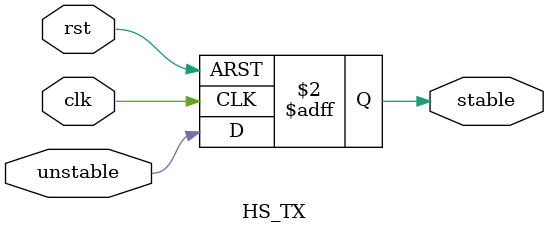
<source format=v>
module HS_TX(
        input wire clk,
        input wire rst,
        input wire unstable,
        output reg stable
    );

    always @(posedge rst or posedge clk) 
    begin
        if (rst)
        begin
            stable <= 0;
        end
        else
        begin
            stable <= unstable;   
        end
    end

endmodule

</source>
